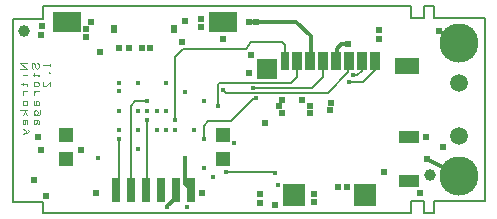
<source format=gbr>
%FSLAX25Y25*%
%MOIN*%
G04 EasyPC Gerber Version 18.0.8 Build 3632 *
%ADD132R,0.02126X0.03150*%
%ADD129R,0.02559X0.08465*%
%ADD127R,0.02953X0.06299*%
%ADD124R,0.03346X0.06299*%
%ADD130R,0.04724X0.05118*%
%ADD125R,0.06575X0.07087*%
%ADD122C,0.00394*%
%ADD10C,0.00500*%
%ADD77C,0.00590*%
%ADD76C,0.01200*%
%ADD75C,0.01600*%
%ADD73C,0.01772*%
%ADD74C,0.02400*%
%ADD29C,0.03937*%
%ADD26C,0.05918*%
%ADD123R,0.06693X0.03937*%
%ADD25C,0.13055*%
%ADD126R,0.08071X0.05315*%
%ADD131R,0.09449X0.06693*%
%ADD128R,0.07480X0.07283*%
X0Y0D02*
D02*
D10*
X167322Y14305D02*
X164173D01*
Y18259*
X159803*
Y14305*
X37126*
Y17866*
X27003*
Y79126*
X37047*
Y83399*
X159763*
Y79401*
X164094*
Y83399*
X167322*
Y79165*
X184423*
Y18417*
X167322*
Y14305*
D02*
D25*
X175761Y26805D03*
Y70899D03*
D02*
D26*
Y39946D03*
Y57757D03*
D02*
D29*
X30683Y74874D03*
X165984Y26960D03*
D02*
D73*
X62376Y38911D03*
Y42061D03*
Y48360D03*
Y57809D03*
X62572Y54856D03*
X68675Y35761D03*
Y42061D03*
Y48360D03*
Y57809D03*
X71824Y48360D03*
X74974Y42061D03*
Y48360D03*
X78124Y42061D03*
Y48360D03*
Y57809D03*
X81273Y42061D03*
X84423Y32612D03*
Y54659D03*
X87572Y42061D03*
X90722Y29462D03*
Y38911D03*
Y51509D03*
X93872Y26313D03*
X98202Y27887D03*
X100958Y37730D03*
X108045Y52494D03*
X114344Y27494D03*
D02*
D74*
X34226Y25328D03*
X35407Y39502D03*
X36574Y73574D03*
X36588Y35171D03*
X36653Y76488D03*
X37992Y20070D03*
X49777Y35368D03*
X51574Y73023D03*
Y75582D03*
X53124Y78084D03*
X54895Y20998D03*
X56273Y68045D03*
X62598Y69423D03*
X65748D03*
X70078D03*
X72834D03*
X83635Y71194D03*
X84620Y78281D03*
X89960Y76370D03*
Y79126D03*
X90131Y20998D03*
X97218Y72376D03*
X105708Y77887D03*
X105880Y60958D03*
X106470Y67061D03*
X108267Y77887D03*
X109448Y17708D03*
Y20661D03*
X111194Y44423D03*
X114541Y17061D03*
X115722Y49935D03*
X116706Y52100D03*
X116903Y47572D03*
X123596Y52100D03*
X126155Y47572D03*
Y49935D03*
X127362Y17905D03*
Y20661D03*
X132848Y48557D03*
X133045Y51116D03*
X135433Y23023D03*
X138582D03*
X138950Y70604D03*
X149212Y72433D03*
Y75189D03*
X150787Y27944D03*
X162795Y21055D03*
X164935Y39502D03*
X165131Y32317D03*
X169069Y75033D03*
X170446Y36155D03*
D02*
D75*
X55486Y32612D03*
X71824Y45210D03*
Y51509D03*
X78517Y16470D03*
X81273Y45210D03*
X85210Y16273D03*
X95446Y50131D03*
X97218Y55250D03*
X107257Y56037D03*
X115328Y23557D03*
X139147Y58006D03*
X140328Y60171D03*
D02*
D76*
X81506Y22020D02*
X81667D01*
Y19656*
X78517Y16506*
Y16470*
X84423Y32612D02*
Y24103D01*
X86506Y22020*
X105708Y77887D02*
X108267D01*
X121628*
X126352Y73163*
Y67061*
X126155Y66864*
X126352*
Y64815*
X126187*
X134848D02*
X135013D01*
Y69029*
X136588Y70604*
X138950*
X165131Y32317D02*
X175761Y26805D01*
Y70899D02*
X169069Y75033D01*
D02*
D77*
X62376Y38911D02*
Y22890D01*
X61506Y22020*
X71824Y45210D02*
Y22020D01*
X71506*
X71824Y51509D02*
X67887D01*
X66509Y50131*
Y30882*
X66506Y30878*
Y22020*
X95446Y50131D02*
Y57218D01*
X96037Y57809*
X119856*
X121824Y59777*
Y65289*
X121856Y64815*
X97218Y55250D02*
X97415D01*
Y54856*
X98006Y54265*
X132061*
X138950Y61155*
Y66667*
X139179Y64815*
X98202Y27887D02*
X113950D01*
X114344Y27494*
X107257Y56037D02*
X126746D01*
X130502Y59793*
Y64815*
X130518*
X108045Y52494D02*
X107454D01*
X99777Y44817*
X92100*
X90722Y43439*
Y38911*
X117722Y64815D02*
X117691D01*
Y70210*
X116706Y71194*
X106470*
X104783Y68832*
X83689*
X81273Y66417*
Y45210*
X139147Y58006D02*
X143872D01*
X147809Y61943*
Y62139*
X147841Y67816*
Y64815*
X140328Y60171D02*
X141903D01*
X143478Y61746*
Y67800*
X143510Y64815*
D02*
D122*
X31889Y64362D02*
X29527D01*
X31889Y62393*
X29527*
X31889Y60425D02*
X30315D01*
X29724D02*
X30315Y57669*
Y56881D01*
X29921Y57275D02*
X31693D01*
X31889Y57078*
Y56881*
X31693Y56685*
X31889Y54913D02*
X30315D01*
X30905D02*
X30511Y54716D01*
X30315Y54322*
Y53929*
X30511Y53535*
X31299Y51763D02*
X31693Y51567D01*
X31889Y51173*
Y50779*
X31693Y50385*
X31299Y50189*
X30905*
X30511Y50385*
X30315Y50779*
Y51173*
X30511Y51567*
X30905Y51763*
X31299*
X31889Y48614D02*
X29527D01*
X31102D02*
Y48023D01*
X30315Y47039*
X31102Y48023D02*
X31889Y47039D01*
X31693Y43889D02*
X31889Y44086D01*
Y44480*
Y44874*
X31693Y45267*
X31299Y45464*
X30708*
X30511Y45267*
X30315Y44874*
Y44480*
X30511Y44086*
X30708Y43889*
X30905*
X31102Y44086*
X31299Y44480*
Y44874*
X31102Y45267*
X30905Y45464*
X30315Y42315D02*
X31102Y42118D01*
X31496Y41724*
Y41330*
X31102Y40937*
X30315Y40740*
X31102Y40937D02*
X31889Y41133D01*
X32283Y41330*
X32480Y41724*
X32283Y42118*
X35078Y64362D02*
X35472Y64165D01*
X35669Y63771*
Y62984*
X35472Y62590*
X35078Y62393*
X34685Y62590*
X34488Y62984*
Y63771*
X34291Y64165*
X33897Y64362*
X33504Y64165*
X33307Y63771*
Y62984*
X33504Y62590*
X33897Y62393*
X34094Y60819D02*
Y60031D01*
X33700Y60425D02*
X35472D01*
X35669Y60228*
Y60031*
X35472Y59834*
X35078Y58063D02*
X35472Y57866D01*
X35669Y57472*
Y57078*
X35472Y56685*
X35078Y56488*
X34685*
X34291Y56685*
X34094Y57078*
Y57472*
X34291Y57866*
X34685Y58063*
X35078*
X35669Y54913D02*
X34094D01*
X34685D02*
X34291Y54716D01*
X34094Y54322*
Y53929*
X34291Y53535*
Y51763D02*
X34094Y51370D01*
Y50779*
X34291Y50385*
X34685Y50189*
X35275*
X35472Y50385*
X35669Y50779*
Y51173*
X35472Y51567*
X35275Y51763*
X35078*
X34881Y51567*
X34685Y51173*
Y50779*
X34881Y50385*
X35078Y50189*
X35275D02*
X35669D01*
X34685Y47039D02*
X34291Y47236D01*
X34094Y47630*
Y48023*
X34291Y48417*
X34685Y48614*
X34881*
X35275Y48417*
X35472Y48023*
Y47630*
X35275Y47236*
X34881Y47039*
X34094D02*
X35669D01*
X36063Y47236*
X36259Y47630*
Y48220*
X36063Y48614*
X35472Y43889D02*
X35669Y44086D01*
Y44480*
Y44874*
X35472Y45267*
X35078Y45464*
X34488*
X34291Y45267*
X34094Y44874*
Y44480*
X34291Y44086*
X34488Y43889*
X34685*
X34881Y44086*
X35078Y44480*
Y44874*
X34881Y45267*
X34685Y45464*
X39448Y63968D02*
Y63181D01*
Y63574D02*
X37086D01*
X37480Y63968*
X39448Y61015D02*
X39252Y60819D01*
X39055Y61015*
X39252Y61212*
X39448Y61015*
Y56488D02*
Y58063D01*
X38070Y56685*
X37677Y56488*
X37283Y56685*
X37086Y57078*
Y57669*
X37283Y58063*
D02*
D123*
X159140Y24996D03*
Y39540D03*
D02*
D124*
X121856Y64815D03*
X126187D03*
X130518D03*
X134848D03*
X139179D03*
X143510D03*
X147841D03*
D02*
D125*
X111935Y62404D03*
D02*
D126*
X158510Y63319D03*
D02*
D127*
X117722Y64815D03*
D02*
D128*
X120872Y20150D03*
X144376D03*
D02*
D129*
X61506Y22020D03*
X66506D03*
X71506D03*
X76506D03*
X81506D03*
X86506D03*
D02*
D130*
X44774Y32375D03*
Y40249D03*
X96978Y32375D03*
X97057Y40249D03*
D02*
D131*
X44970Y77926D03*
X97057Y77965D03*
D02*
D132*
X60939Y75603D03*
X80939D03*
X0Y0D02*
M02*

</source>
